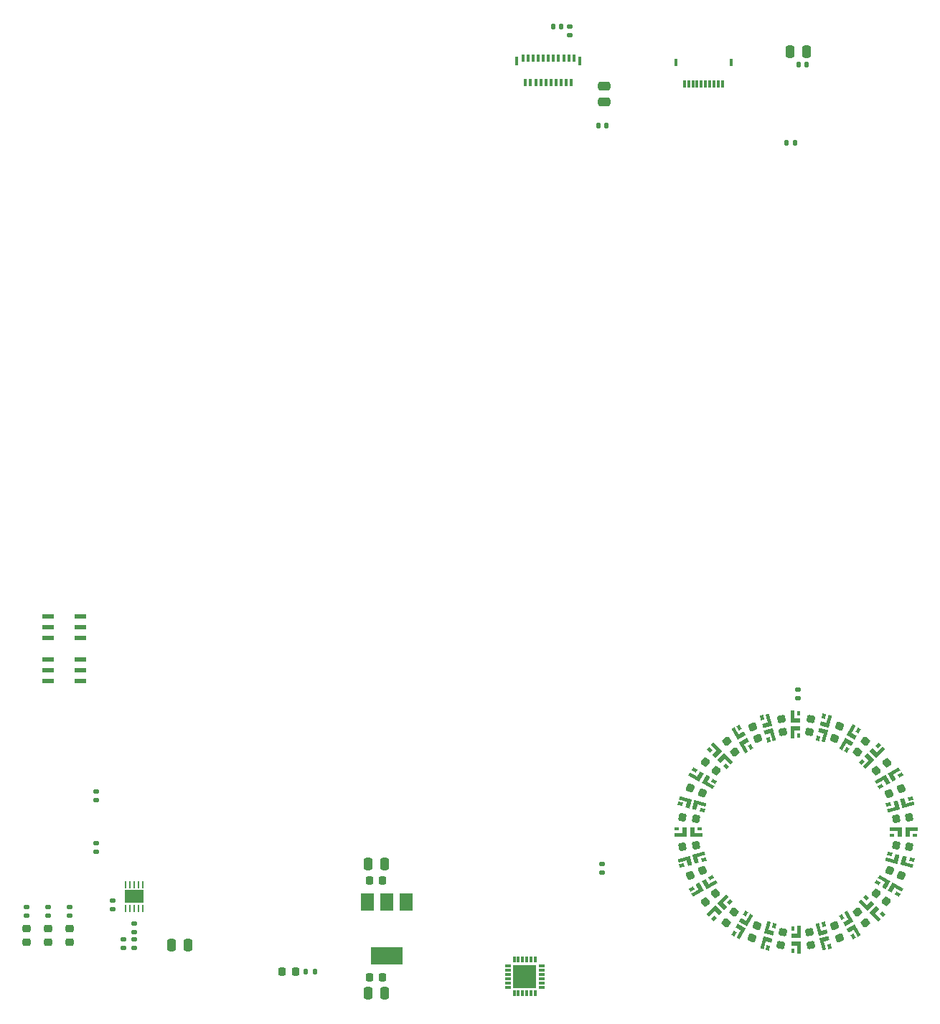
<source format=gbr>
%TF.GenerationSoftware,KiCad,Pcbnew,7.0.7*%
%TF.CreationDate,2024-01-31T01:15:34+01:00*%
%TF.ProjectId,POC-TB,504f432d-5442-42e6-9b69-6361645f7063,rev?*%
%TF.SameCoordinates,Original*%
%TF.FileFunction,Paste,Top*%
%TF.FilePolarity,Positive*%
%FSLAX46Y46*%
G04 Gerber Fmt 4.6, Leading zero omitted, Abs format (unit mm)*
G04 Created by KiCad (PCBNEW 7.0.7) date 2024-01-31 01:15:34*
%MOMM*%
%LPD*%
G01*
G04 APERTURE LIST*
G04 Aperture macros list*
%AMRoundRect*
0 Rectangle with rounded corners*
0 $1 Rounding radius*
0 $2 $3 $4 $5 $6 $7 $8 $9 X,Y pos of 4 corners*
0 Add a 4 corners polygon primitive as box body*
4,1,4,$2,$3,$4,$5,$6,$7,$8,$9,$2,$3,0*
0 Add four circle primitives for the rounded corners*
1,1,$1+$1,$2,$3*
1,1,$1+$1,$4,$5*
1,1,$1+$1,$6,$7*
1,1,$1+$1,$8,$9*
0 Add four rect primitives between the rounded corners*
20,1,$1+$1,$2,$3,$4,$5,0*
20,1,$1+$1,$4,$5,$6,$7,0*
20,1,$1+$1,$6,$7,$8,$9,0*
20,1,$1+$1,$8,$9,$2,$3,0*%
%AMRotRect*
0 Rectangle, with rotation*
0 The origin of the aperture is its center*
0 $1 length*
0 $2 width*
0 $3 Rotation angle, in degrees counterclockwise*
0 Add horizontal line*
21,1,$1,$2,0,0,$3*%
%AMFreePoly0*
4,1,7,0.787400,-0.304801,0.101600,-0.304800,0.101600,-1.269990,-0.304800,-1.269991,-0.304800,0.203199,0.787400,0.203199,0.787400,-0.304801,0.787400,-0.304801,$1*%
%AMFreePoly1*
4,1,7,0.304801,-1.269990,-0.101600,-1.269990,-0.101600,-0.304800,-0.787399,-0.304800,-0.787399,0.203200,0.304801,0.203200,0.304801,-1.269990,0.304801,-1.269990,$1*%
G04 Aperture macros list end*
%ADD10RoundRect,0.218750X-0.256250X0.218750X-0.256250X-0.218750X0.256250X-0.218750X0.256250X0.218750X0*%
%ADD11FreePoly0,330.000000*%
%ADD12RotRect,0.558800X0.406400X60.000000*%
%ADD13FreePoly1,150.000000*%
%ADD14FreePoly0,225.000000*%
%ADD15RotRect,0.558800X0.406400X315.000000*%
%ADD16FreePoly1,45.000000*%
%ADD17R,0.254000X0.812800*%
%ADD18R,2.286000X1.524000*%
%ADD19RoundRect,0.218750X-0.218750X-0.256250X0.218750X-0.256250X0.218750X0.256250X-0.218750X0.256250X0*%
%ADD20RoundRect,0.225000X-0.218493X0.255707X-0.277230X-0.190444X0.218493X-0.255707X0.277230X0.190444X0*%
%ADD21RoundRect,0.225000X0.303544X0.144866X-0.112202X0.317074X-0.303544X-0.144866X0.112202X-0.317074X0*%
%ADD22FreePoly0,270.000000*%
%ADD23R,0.558800X0.406400*%
%ADD24FreePoly1,90.000000*%
%ADD25RoundRect,0.225000X-0.190444X-0.277230X0.255707X-0.218493X0.190444X0.277230X-0.255707X0.218493X0*%
%ADD26RoundRect,0.135000X0.135000X0.185000X-0.135000X0.185000X-0.135000X-0.185000X0.135000X-0.185000X0*%
%ADD27RoundRect,0.250000X0.250000X0.475000X-0.250000X0.475000X-0.250000X-0.475000X0.250000X-0.475000X0*%
%ADD28FreePoly0,315.000000*%
%ADD29RotRect,0.558800X0.406400X45.000000*%
%ADD30FreePoly1,135.000000*%
%ADD31RoundRect,0.135000X-0.185000X0.135000X-0.185000X-0.135000X0.185000X-0.135000X0.185000X0.135000X0*%
%ADD32RoundRect,0.225000X-0.335310X0.026314X-0.061367X-0.330695X0.335310X-0.026314X0.061367X0.330695X0*%
%ADD33RoundRect,0.225000X0.317074X-0.112202X0.144866X0.303544X-0.317074X0.112202X-0.144866X-0.303544X0*%
%ADD34RoundRect,0.225000X-0.255707X-0.218493X0.190444X-0.277230X0.255707X0.218493X-0.190444X0.277230X0*%
%ADD35RoundRect,0.225000X0.218493X-0.255707X0.277230X0.190444X-0.218493X0.255707X-0.277230X-0.190444X0*%
%ADD36RoundRect,0.140000X0.140000X0.170000X-0.140000X0.170000X-0.140000X-0.170000X0.140000X-0.170000X0*%
%ADD37FreePoly0,75.000000*%
%ADD38RotRect,0.558800X0.406400X165.000000*%
%ADD39FreePoly1,255.000000*%
%ADD40RoundRect,0.225000X-0.225000X-0.250000X0.225000X-0.250000X0.225000X0.250000X-0.225000X0.250000X0*%
%ADD41R,0.800000X0.300000*%
%ADD42R,0.300000X0.800000*%
%ADD43R,2.750000X2.750000*%
%ADD44FreePoly0,195.000000*%
%ADD45RotRect,0.558800X0.406400X285.000000*%
%ADD46FreePoly1,15.000000*%
%ADD47RoundRect,0.225000X-0.026314X-0.335310X0.330695X-0.061367X0.026314X0.335310X-0.330695X0.061367X0*%
%ADD48FreePoly0,0.000000*%
%ADD49R,0.406400X0.558800*%
%ADD50FreePoly1,180.000000*%
%ADD51FreePoly0,90.000000*%
%ADD52FreePoly1,270.000000*%
%ADD53RoundRect,0.225000X0.061367X-0.330695X0.335310X0.026314X-0.061367X0.330695X-0.335310X-0.026314X0*%
%ADD54FreePoly0,240.000000*%
%ADD55RotRect,0.558800X0.406400X330.000000*%
%ADD56FreePoly1,60.000000*%
%ADD57RoundRect,0.225000X0.225000X0.250000X-0.225000X0.250000X-0.225000X-0.250000X0.225000X-0.250000X0*%
%ADD58R,1.346200X0.533400*%
%ADD59RoundRect,0.225000X0.112202X0.317074X-0.303544X0.144866X-0.112202X-0.317074X0.303544X-0.144866X0*%
%ADD60RoundRect,0.225000X-0.277230X0.190444X-0.218493X-0.255707X0.277230X-0.190444X0.218493X0.255707X0*%
%ADD61RoundRect,0.135000X0.185000X-0.135000X0.185000X0.135000X-0.185000X0.135000X-0.185000X-0.135000X0*%
%ADD62RoundRect,0.225000X0.255707X0.218493X-0.190444X0.277230X-0.255707X-0.218493X0.190444X-0.277230X0*%
%ADD63RoundRect,0.225000X0.026314X0.335310X-0.330695X0.061367X-0.026314X-0.335310X0.330695X-0.061367X0*%
%ADD64R,0.304800X0.812800*%
%ADD65R,0.406400X0.812800*%
%ADD66RoundRect,0.225000X0.277230X-0.190444X0.218493X0.255707X-0.277230X0.190444X-0.218493X-0.255707X0*%
%ADD67FreePoly0,300.000000*%
%ADD68RotRect,0.558800X0.406400X30.000000*%
%ADD69FreePoly1,120.000000*%
%ADD70FreePoly0,60.000000*%
%ADD71RotRect,0.558800X0.406400X150.000000*%
%ADD72FreePoly1,240.000000*%
%ADD73RoundRect,0.225000X-0.303544X-0.144866X0.112202X-0.317074X0.303544X0.144866X-0.112202X0.317074X0*%
%ADD74FreePoly0,345.000000*%
%ADD75RotRect,0.558800X0.406400X75.000000*%
%ADD76FreePoly1,165.000000*%
%ADD77R,0.330200X0.838200*%
%ADD78R,0.457200X0.990600*%
%ADD79FreePoly0,30.000000*%
%ADD80RotRect,0.558800X0.406400X120.000000*%
%ADD81FreePoly1,210.000000*%
%ADD82RoundRect,0.225000X0.335310X-0.026314X0.061367X0.330695X-0.335310X0.026314X-0.061367X-0.330695X0*%
%ADD83FreePoly0,120.000000*%
%ADD84RotRect,0.558800X0.406400X210.000000*%
%ADD85FreePoly1,300.000000*%
%ADD86RoundRect,0.225000X-0.330695X-0.061367X0.026314X-0.335310X0.330695X0.061367X-0.026314X0.335310X0*%
%ADD87FreePoly0,210.000000*%
%ADD88RotRect,0.558800X0.406400X300.000000*%
%ADD89FreePoly1,30.000000*%
%ADD90RoundRect,0.225000X-0.317074X0.112202X-0.144866X-0.303544X0.317074X-0.112202X0.144866X0.303544X0*%
%ADD91FreePoly0,15.000000*%
%ADD92RotRect,0.558800X0.406400X105.000000*%
%ADD93FreePoly1,195.000000*%
%ADD94FreePoly0,45.000000*%
%ADD95RotRect,0.558800X0.406400X135.000000*%
%ADD96FreePoly1,225.000000*%
%ADD97RoundRect,0.225000X0.190444X0.277230X-0.255707X0.218493X-0.190444X-0.277230X0.255707X-0.218493X0*%
%ADD98RoundRect,0.225000X0.144866X-0.303544X0.317074X0.112202X-0.144866X0.303544X-0.317074X-0.112202X0*%
%ADD99FreePoly0,165.000000*%
%ADD100RotRect,0.558800X0.406400X255.000000*%
%ADD101FreePoly1,345.000000*%
%ADD102RoundRect,0.225000X0.330695X0.061367X-0.026314X0.335310X-0.330695X-0.061367X0.026314X-0.335310X0*%
%ADD103FreePoly0,285.000000*%
%ADD104RotRect,0.558800X0.406400X15.000000*%
%ADD105FreePoly1,105.000000*%
%ADD106RoundRect,0.250000X-0.250000X-0.475000X0.250000X-0.475000X0.250000X0.475000X-0.250000X0.475000X0*%
%ADD107RoundRect,0.250000X-0.475000X0.250000X-0.475000X-0.250000X0.475000X-0.250000X0.475000X0.250000X0*%
%ADD108RoundRect,0.225000X-0.112202X-0.317074X0.303544X-0.144866X0.112202X0.317074X-0.303544X0.144866X0*%
%ADD109FreePoly0,255.000000*%
%ADD110RotRect,0.558800X0.406400X345.000000*%
%ADD111FreePoly1,75.000000*%
%ADD112FreePoly0,105.000000*%
%ADD113RotRect,0.558800X0.406400X195.000000*%
%ADD114FreePoly1,285.000000*%
%ADD115FreePoly0,135.000000*%
%ADD116RotRect,0.558800X0.406400X225.000000*%
%ADD117FreePoly1,315.000000*%
%ADD118FreePoly0,180.000000*%
%ADD119FreePoly1,0.000000*%
%ADD120FreePoly0,150.000000*%
%ADD121RotRect,0.558800X0.406400X240.000000*%
%ADD122FreePoly1,330.000000*%
%ADD123RoundRect,0.225000X-0.144866X0.303544X-0.317074X-0.112202X0.144866X-0.303544X0.317074X0.112202X0*%
%ADD124RoundRect,0.225000X-0.061367X0.330695X-0.335310X-0.026314X0.061367X-0.330695X0.335310X0.026314X0*%
%ADD125R,1.500000X2.000000*%
%ADD126R,3.800000X2.000000*%
G04 APERTURE END LIST*
D10*
%TO.C,D2*%
X158115000Y-187960000D03*
X158115000Y-189535000D03*
%TD*%
D11*
%TO.C,LED3*%
X249794217Y-165719850D03*
D12*
X249817459Y-166875236D03*
X251167459Y-164536968D03*
D13*
X250155178Y-165096960D03*
%TD*%
D14*
%TO.C,LED22*%
X234780225Y-167118691D03*
D15*
X233658192Y-166842106D03*
X235567380Y-168751294D03*
D16*
X235288467Y-167628569D03*
%TD*%
D17*
%TO.C,U3*%
X166735001Y-182753000D03*
X166234999Y-182753000D03*
X165735000Y-182753000D03*
X165235001Y-182753000D03*
X164734999Y-182753000D03*
X164734999Y-185547000D03*
X165235001Y-185547000D03*
X165735000Y-185547000D03*
X166234999Y-185547000D03*
X166735001Y-185547000D03*
D18*
X165735000Y-184150000D03*
%TD*%
D19*
%TO.C,D1*%
X183210000Y-193040000D03*
X184785000Y-193040000D03*
%TD*%
D20*
%TO.C,C14*%
X242280120Y-188357140D03*
X242077804Y-189893880D03*
%TD*%
D21*
%TO.C,C9*%
X256296018Y-181681117D03*
X254864004Y-181087957D03*
%TD*%
D22*
%TO.C,LED7*%
X256178973Y-176281428D03*
D23*
X255190000Y-176879250D03*
X257890000Y-176879250D03*
D24*
X256898892Y-176282585D03*
%TD*%
D25*
%TO.C,C19*%
X230471112Y-178294853D03*
X232007852Y-178092537D03*
%TD*%
D26*
%TO.C,R5*%
X187047500Y-193040000D03*
X186027500Y-193040000D03*
%TD*%
D27*
%TO.C,C30*%
X245072000Y-84455000D03*
X243172000Y-84455000D03*
%TD*%
D28*
%TO.C,LED16*%
X234428691Y-185589774D03*
D29*
X234152106Y-186711807D03*
X236061294Y-184802619D03*
D30*
X234938569Y-185081532D03*
%TD*%
D31*
%TO.C,R1*%
X220985000Y-180336000D03*
X220985000Y-181356000D03*
%TD*%
D32*
%TO.C,C23*%
X235648683Y-165833539D03*
X236592263Y-167063237D03*
%TD*%
D33*
%TO.C,C24*%
X239288202Y-165527111D03*
X238695042Y-164095097D03*
%TD*%
D34*
%TO.C,C8*%
X255665944Y-178086355D03*
X257202684Y-178288671D03*
%TD*%
D35*
%TO.C,C2*%
X245394583Y-164716374D03*
X245596899Y-163179634D03*
%TD*%
D36*
%TO.C,C31*%
X245110000Y-85979000D03*
X244150000Y-85979000D03*
%TD*%
D37*
%TO.C,LED8*%
X256391647Y-180150544D03*
D38*
X257501649Y-179829057D03*
X254893650Y-179130246D03*
D39*
X255696558Y-179963097D03*
%TD*%
D36*
%TO.C,C33*%
X216126000Y-81534000D03*
X215166000Y-81534000D03*
%TD*%
D40*
%TO.C,C26*%
X193535000Y-182245000D03*
X195085000Y-182245000D03*
%TD*%
D41*
%TO.C,U1*%
X209836000Y-192325000D03*
X209836000Y-192825000D03*
X209836000Y-193325000D03*
X209836000Y-193825000D03*
X209836000Y-194325000D03*
X209836000Y-194825000D03*
D42*
X210586000Y-195575000D03*
X211086000Y-195575000D03*
X211586000Y-195575000D03*
X212086000Y-195575000D03*
X212586000Y-195575000D03*
X213086000Y-195575000D03*
D41*
X213836000Y-194825000D03*
X213836000Y-194325000D03*
X213836000Y-193825000D03*
X213836000Y-193325000D03*
X213836000Y-192825000D03*
X213836000Y-192325000D03*
D42*
X213086000Y-191575000D03*
X212586000Y-191575000D03*
X212086000Y-191575000D03*
X211586000Y-191575000D03*
X211086000Y-191575000D03*
X210586000Y-191575000D03*
D43*
X211836000Y-193575000D03*
%TD*%
D44*
%TO.C,LED24*%
X240699659Y-163849682D03*
D45*
X239866243Y-163049135D03*
X240565054Y-165657134D03*
D46*
X240884871Y-164545369D03*
%TD*%
D47*
%TO.C,C17*%
X233124441Y-184748612D03*
X234354139Y-183805032D03*
%TD*%
D31*
%TO.C,R14*%
X217170000Y-81530000D03*
X217170000Y-82550000D03*
%TD*%
D48*
%TO.C,LED1*%
X243591428Y-164191027D03*
D49*
X244189250Y-165180000D03*
X244189250Y-162480000D03*
D50*
X243592585Y-163471108D03*
%TD*%
D51*
%TO.C,LED19*%
X231501027Y-176778572D03*
D23*
X232490000Y-176180750D03*
X229790000Y-176180750D03*
D52*
X230781108Y-176777415D03*
%TD*%
D53*
%TO.C,C4*%
X251096244Y-167055306D03*
X252039824Y-165825608D03*
%TD*%
D54*
%TO.C,LED9*%
X254650149Y-182484217D03*
D55*
X253494763Y-182507459D03*
X255833031Y-183857459D03*
D56*
X255273039Y-182845178D03*
%TD*%
D57*
%TO.C,C27*%
X195085000Y-193675000D03*
X193535000Y-193675000D03*
%TD*%
D58*
%TO.C,U4*%
X159392500Y-153655000D03*
X159392500Y-152385000D03*
X159392500Y-151115000D03*
X155582500Y-151115000D03*
X155582500Y-152385000D03*
X155582500Y-153655000D03*
%TD*%
D59*
%TO.C,C18*%
X232814223Y-181080911D03*
X231382209Y-181674071D03*
%TD*%
D36*
%TO.C,C34*%
X221460000Y-93218000D03*
X220500000Y-93218000D03*
%TD*%
D60*
%TO.C,C1*%
X242083100Y-163179634D03*
X242285416Y-164716374D03*
%TD*%
D61*
%TO.C,R10*%
X155575000Y-186440000D03*
X155575000Y-185420000D03*
%TD*%
D62*
%TO.C,C20*%
X232014055Y-174965712D03*
X230477315Y-174763396D03*
%TD*%
D61*
%TO.C,R7*%
X158115000Y-186440000D03*
X158115000Y-185420000D03*
%TD*%
D63*
%TO.C,C5*%
X254528462Y-168330751D03*
X253298764Y-169274331D03*
%TD*%
D64*
%TO.C,J35*%
X235168001Y-88234088D03*
X234667999Y-88234088D03*
X234168000Y-88234088D03*
X233668001Y-88234088D03*
X233168000Y-88234088D03*
X232668000Y-88234088D03*
X232167999Y-88234088D03*
X231668000Y-88234088D03*
X231168001Y-88234088D03*
X230667999Y-88234088D03*
D65*
X236168001Y-85734088D03*
X229667999Y-85734088D03*
%TD*%
D66*
%TO.C,C13*%
X245596323Y-189909124D03*
X245394007Y-188372384D03*
%TD*%
D67*
%TO.C,LED5*%
X254401577Y-170145244D03*
D68*
X253844013Y-171157459D03*
X256182281Y-169807459D03*
D69*
X255025624Y-169786286D03*
%TD*%
D31*
%TO.C,R4*%
X161290000Y-177810000D03*
X161290000Y-178830000D03*
%TD*%
%TO.C,R12*%
X164465000Y-189230000D03*
X164465000Y-190250000D03*
%TD*%
D70*
%TO.C,LED21*%
X233029850Y-170575783D03*
D71*
X234185236Y-170552541D03*
X231846968Y-169202541D03*
D72*
X232406960Y-170214822D03*
%TD*%
D73*
%TO.C,C21*%
X231392766Y-171367460D03*
X232824780Y-171960620D03*
%TD*%
D74*
%TO.C,LED14*%
X240219455Y-189081647D03*
D75*
X240540942Y-190191649D03*
X241239753Y-187583650D03*
D76*
X240406902Y-188386558D03*
%TD*%
D77*
%TO.C,J36*%
X217630002Y-85255811D03*
X217330000Y-88080812D03*
X217030000Y-85255811D03*
X216730001Y-88080812D03*
X216430001Y-85255811D03*
X216130000Y-88080812D03*
X215830000Y-85255811D03*
X215530001Y-88080812D03*
X215230001Y-85255811D03*
X214929999Y-88080812D03*
X214630000Y-85255811D03*
X214330001Y-88080812D03*
X214030001Y-85255811D03*
X213729999Y-88080812D03*
X213430000Y-85255811D03*
X213130000Y-88080812D03*
X212830001Y-85255811D03*
X212529999Y-88080812D03*
X212230000Y-85255811D03*
X211930000Y-88080812D03*
X211630001Y-85255811D03*
D78*
X218354999Y-85532011D03*
X210905001Y-85532011D03*
%TD*%
D31*
%TO.C,R11*%
X165735000Y-189230000D03*
X165735000Y-190250000D03*
%TD*%
%TO.C,R6*%
X163195000Y-184656000D03*
X163195000Y-185676000D03*
%TD*%
D27*
%TO.C,C29*%
X172085000Y-189865000D03*
X170185000Y-189865000D03*
%TD*%
D79*
%TO.C,LED23*%
X237455244Y-165968422D03*
D80*
X238467459Y-166525986D03*
X237117459Y-164187718D03*
D81*
X237096286Y-165344375D03*
%TD*%
D82*
%TO.C,C11*%
X252053350Y-187231629D03*
X251109770Y-186001931D03*
%TD*%
D83*
%TO.C,LED17*%
X233278422Y-182914756D03*
D84*
X233835986Y-181902541D03*
X231497718Y-183252541D03*
D85*
X232654375Y-183273714D03*
%TD*%
D86*
%TO.C,C10*%
X253292980Y-183787983D03*
X254522678Y-184731563D03*
%TD*%
D10*
%TO.C,D4*%
X153035000Y-187960000D03*
X153035000Y-189535000D03*
%TD*%
%TO.C,D3*%
X155575000Y-187960000D03*
X155575000Y-189535000D03*
%TD*%
D87*
%TO.C,LED11*%
X250224756Y-187091577D03*
D88*
X249212541Y-186534013D03*
X250562541Y-188872281D03*
D89*
X250583714Y-187715624D03*
%TD*%
D90*
%TO.C,C12*%
X248416745Y-187558701D03*
X249009905Y-188990715D03*
%TD*%
D91*
%TO.C,LED12*%
X246980340Y-189210317D03*
D92*
X247813756Y-190010864D03*
X247114945Y-187402865D03*
D93*
X246795128Y-188514630D03*
%TD*%
D94*
%TO.C,LED10*%
X252899774Y-185941308D03*
D95*
X254021807Y-186217893D03*
X252112619Y-184308705D03*
D96*
X252391532Y-185431430D03*
%TD*%
D97*
%TO.C,C7*%
X257188592Y-174767783D03*
X255651852Y-174970099D03*
%TD*%
D98*
%TO.C,C15*%
X238679488Y-188990715D03*
X239272648Y-187558701D03*
%TD*%
D99*
%TO.C,LED2*%
X247460544Y-163978352D03*
D100*
X247139057Y-162868350D03*
X246440246Y-165476349D03*
D101*
X247273097Y-164673441D03*
%TD*%
D31*
%TO.C,R2*%
X244094000Y-159764000D03*
X244094000Y-160784000D03*
%TD*%
D61*
%TO.C,R8*%
X153035000Y-186440000D03*
X153035000Y-185420000D03*
%TD*%
D102*
%TO.C,C22*%
X234379397Y-169262012D03*
X233149699Y-168318432D03*
%TD*%
D61*
%TO.C,R3*%
X161290000Y-172730000D03*
X161290000Y-171710000D03*
%TD*%
D26*
%TO.C,R13*%
X243715000Y-95250000D03*
X242695000Y-95250000D03*
%TD*%
D103*
%TO.C,LED18*%
X231159682Y-179670340D03*
D104*
X230359135Y-180503756D03*
X232967134Y-179804945D03*
D105*
X231855369Y-179485128D03*
%TD*%
D106*
%TO.C,C25*%
X193360000Y-180340000D03*
X195260000Y-180340000D03*
%TD*%
D107*
%TO.C,C32*%
X221234000Y-88524000D03*
X221234000Y-90424000D03*
%TD*%
D108*
%TO.C,C6*%
X254851685Y-171973815D03*
X256283699Y-171380655D03*
%TD*%
D109*
%TO.C,LED20*%
X231288352Y-172909455D03*
D110*
X230178350Y-173230942D03*
X232786349Y-173929753D03*
D111*
X231983441Y-173096902D03*
%TD*%
D112*
%TO.C,LED6*%
X256520317Y-173389659D03*
D113*
X257320864Y-172556243D03*
X254712865Y-173255054D03*
D114*
X255824630Y-173574871D03*
%TD*%
D58*
%TO.C,U5*%
X159392500Y-158735000D03*
X159392500Y-157465000D03*
X159392500Y-156195000D03*
X155582500Y-156195000D03*
X155582500Y-157465000D03*
X155582500Y-158735000D03*
%TD*%
D115*
%TO.C,LED4*%
X253251308Y-167470225D03*
D116*
X253527893Y-166348192D03*
X251618705Y-168257380D03*
D117*
X252741430Y-167978467D03*
%TD*%
D118*
%TO.C,LED13*%
X244088572Y-188868973D03*
D49*
X243490750Y-187880000D03*
X243490750Y-190580000D03*
D119*
X244087415Y-189588892D03*
%TD*%
D120*
%TO.C,LED15*%
X237885783Y-187340149D03*
D121*
X237862541Y-186184763D03*
X236512541Y-188523031D03*
D122*
X237524822Y-187963039D03*
%TD*%
D123*
%TO.C,C3*%
X248998119Y-164063391D03*
X248404959Y-165495405D03*
%TD*%
D124*
%TO.C,C16*%
X236569664Y-186004693D03*
X235626084Y-187234391D03*
%TD*%
D27*
%TO.C,C28*%
X195260000Y-195580000D03*
X193360000Y-195580000D03*
%TD*%
D31*
%TO.C,R9*%
X165735000Y-187325000D03*
X165735000Y-188345000D03*
%TD*%
D125*
%TO.C,U2*%
X197880000Y-184810000D03*
X195580000Y-184810000D03*
D126*
X195580000Y-191110000D03*
D125*
X193280000Y-184810000D03*
%TD*%
M02*

</source>
